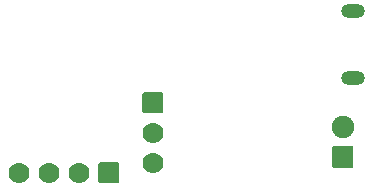
<source format=gbs>
G04 Layer: BottomSolderMaskLayer*
G04 EasyEDA v6.5.14, 2022-08-24 17:06:53*
G04 77cd11f6e3b44a54979dfea80d6f7020,401f954c81374b6587e5d63e119e93f9,10*
G04 Gerber Generator version 0.2*
G04 Scale: 100 percent, Rotated: No, Reflected: No *
G04 Dimensions in millimeters *
G04 leading zeros omitted , absolute positions ,4 integer and 5 decimal *
%FSLAX45Y45*%
%MOMM*%

%AMMACRO1*1,1,$1,$2,$3*1,1,$1,$4,$5*1,1,$1,0-$2,0-$3*1,1,$1,0-$4,0-$5*20,1,$1,$2,$3,$4,$5,0*20,1,$1,$4,$5,0-$2,0-$3,0*20,1,$1,0-$2,0-$3,0-$4,0-$5,0*20,1,$1,0-$4,0-$5,$2,$3,0*4,1,4,$2,$3,$4,$5,0-$2,0-$3,0-$4,0-$5,$2,$3,0*%
%ADD10O,1.9999959999999999X1.1999976*%
%ADD11MACRO1,0.2032X-0.7874X-0.85X-0.7874X0.85*%
%ADD12C,1.9032*%
%ADD13C,1.7780*%
%ADD14MACRO1,0.2032X0.7874X0.7874X0.7874X-0.7874*%
%ADD15MACRO1,0.2032X0.7874X-0.7874X-0.7874X-0.7874*%

%LPD*%
D10*
G01*
X831850Y177495D03*
G01*
X831850Y742492D03*
D11*
G01*
X742294Y-492997D03*
D12*
G01*
X742289Y-238988D03*
D13*
G01*
X-864615Y-543940D03*
G01*
X-864615Y-289940D03*
D14*
G01*
X-864618Y-35933D03*
D15*
G01*
X-1233708Y-629998D03*
D13*
G01*
X-1487703Y-630021D03*
G01*
X-1741703Y-630021D03*
G01*
X-1995703Y-630021D03*
M02*

</source>
